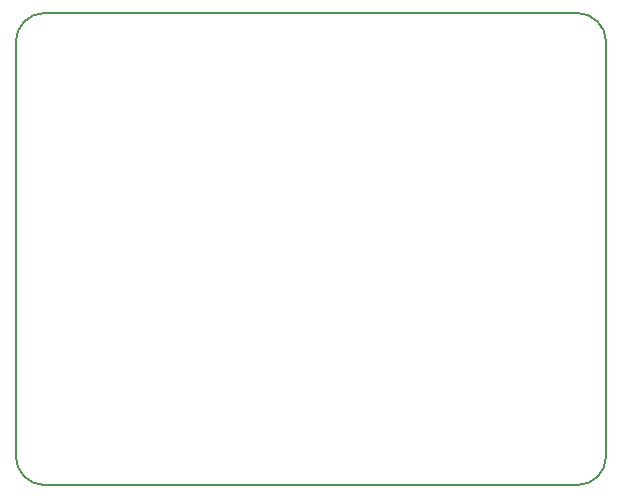
<source format=gbr>
G04 #@! TF.FileFunction,Profile,NP*
%FSLAX46Y46*%
G04 Gerber Fmt 4.6, Leading zero omitted, Abs format (unit mm)*
G04 Created by KiCad (PCBNEW 4.0.4-stable) date 08/18/17 17:17:01*
%MOMM*%
%LPD*%
G01*
G04 APERTURE LIST*
%ADD10C,0.500000*%
%ADD11C,0.150000*%
G04 APERTURE END LIST*
D10*
D11*
X49670000Y38230000D02*
X49670000Y3230000D01*
X2170000Y40730000D02*
X47170000Y40730000D01*
X-330000Y3230000D02*
X-330000Y38230000D01*
X47170000Y730000D02*
X2170000Y730000D01*
X-330000Y3230000D02*
G75*
G03X2170000Y730000I2500000J0D01*
G01*
X47170000Y730000D02*
G75*
G03X49670000Y3230000I0J2500000D01*
G01*
X49670000Y38230000D02*
G75*
G03X47170000Y40730000I-2500000J0D01*
G01*
X2170000Y40730000D02*
G75*
G03X-330000Y38230000I0J-2500000D01*
G01*
M02*

</source>
